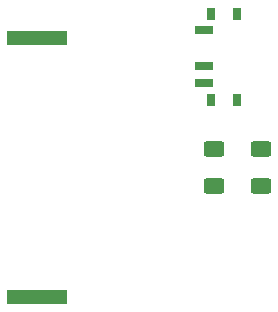
<source format=gbp>
%TF.GenerationSoftware,KiCad,Pcbnew,(7.0.0-0)*%
%TF.CreationDate,2023-07-23T12:34:26-06:00*%
%TF.ProjectId,HAS4_SAO,48415334-5f53-4414-9f2e-6b696361645f,rev?*%
%TF.SameCoordinates,Original*%
%TF.FileFunction,Paste,Bot*%
%TF.FilePolarity,Positive*%
%FSLAX46Y46*%
G04 Gerber Fmt 4.6, Leading zero omitted, Abs format (unit mm)*
G04 Created by KiCad (PCBNEW (7.0.0-0)) date 2023-07-23 12:34:26*
%MOMM*%
%LPD*%
G01*
G04 APERTURE LIST*
G04 Aperture macros list*
%AMRoundRect*
0 Rectangle with rounded corners*
0 $1 Rounding radius*
0 $2 $3 $4 $5 $6 $7 $8 $9 X,Y pos of 4 corners*
0 Add a 4 corners polygon primitive as box body*
4,1,4,$2,$3,$4,$5,$6,$7,$8,$9,$2,$3,0*
0 Add four circle primitives for the rounded corners*
1,1,$1+$1,$2,$3*
1,1,$1+$1,$4,$5*
1,1,$1+$1,$6,$7*
1,1,$1+$1,$8,$9*
0 Add four rect primitives between the rounded corners*
20,1,$1+$1,$2,$3,$4,$5,0*
20,1,$1+$1,$4,$5,$6,$7,0*
20,1,$1+$1,$6,$7,$8,$9,0*
20,1,$1+$1,$8,$9,$2,$3,0*%
G04 Aperture macros list end*
%ADD10RoundRect,0.250000X0.625000X-0.400000X0.625000X0.400000X-0.625000X0.400000X-0.625000X-0.400000X0*%
%ADD11R,5.080000X1.270000*%
%ADD12R,0.800000X1.000000*%
%ADD13R,1.500000X0.700000*%
G04 APERTURE END LIST*
D10*
%TO.C,R2*%
X130500000Y-110100000D03*
X130500000Y-107000000D03*
%TD*%
%TO.C,R1*%
X134500000Y-110100000D03*
X134500000Y-107000000D03*
%TD*%
D11*
%TO.C,BT1*%
X115499999Y-97529999D03*
X115499999Y-119499999D03*
%TD*%
D12*
%TO.C,SW1*%
X130289999Y-102799999D03*
X132499999Y-95499999D03*
X132499999Y-102799999D03*
X130289999Y-95499999D03*
D13*
X129639999Y-96899999D03*
X129639999Y-99899999D03*
X129639999Y-101399999D03*
%TD*%
M02*

</source>
